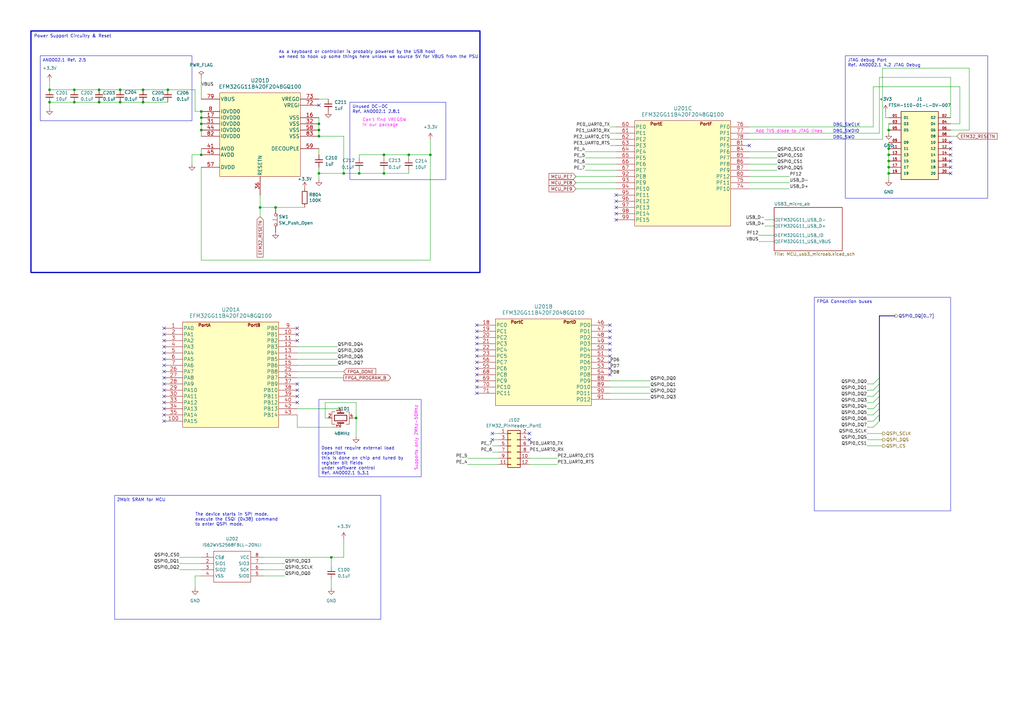
<source format=kicad_sch>
(kicad_sch (version 20230121) (generator eeschema)
  (paper "A3")
  (title_block (title "TripSitter") (date "4/20/2069") (rev "4.2.0") (company "NTNU x Nordic Semiconductor"))
  (lib_symbols
    (symbol "0000_CustomComponents:IS62WVS2568FBLL-20NLI-TR | SQI Mode"
      (property "Reference" "U" (at 0 2.54 0))
      (property "Value" "IS62WVS2568FBLL-20NLI-TR | SQI Mode" (at 0 0 0))
      (symbol "IS62WVS2568FBLL-20NLI-TR | SQI Mode_0_1"
        (rectangle (start -7.62 -1.27) (end 7.62 -13.97))
      )
      (symbol "IS62WVS2568FBLL-20NLI-TR | SQI Mode_1_0"
        (pin passive line (at -12.7 -3.81 0) (length 5.08) (name "CS#") (number "1"))
        (pin passive line (at -12.7 -6.35 0) (length 5.08) (name "SIO1") (number "2"))
        (pin passive line (at -12.7 -8.89 0) (length 5.08) (name "SIO2") (number "3"))
        (pin passive line (at -12.7 -11.43 0) (length 5.08) (name "VSS") (number "4"))
        (pin passive line (at 12.7 -11.43 180) (length 5.08) (name "SIO0") (number "5"))
        (pin passive line (at 12.7 -8.89 180) (length 5.08) (name "SCK") (number "6"))
        (pin passive line (at 12.7 -6.35 180) (length 5.08) (name "SIO3") (number "7"))
        (pin passive line (at 12.7 -3.81 180) (length 5.08) (name "VCC") (number "8"))
      )
    )
    (symbol "Connector_Generic:Conn_02x06_Odd_Even" (pin_names (offset 1.016) hide)
      (property "Reference" "J" (at 1.27 7.62 0))
      (property "Value" "Conn_02x06_Odd_Even" (at 1.27 -10.16 0))
      (symbol "Conn_02x06_Odd_Even_1_1"
        (rectangle (start -1.27 -7.493) (end 0 -7.747) (stroke (width 0.1524)))
        (rectangle (start -1.27 -4.953) (end 0 -5.207) (stroke (width 0.1524)))
        (rectangle (start -1.27 -2.413) (end 0 -2.667) (stroke (width 0.1524)))
        (rectangle (start -1.27 0.127) (end 0 -0.127) (stroke (width 0.1524)))
        (rectangle (start -1.27 2.667) (end 0 2.413) (stroke (width 0.1524)))
        (rectangle (start -1.27 5.207) (end 0 4.953) (stroke (width 0.1524)))
        (rectangle (start -1.27 6.35) (end 3.81 -8.89) (stroke (width 0.254)) (fill (type background)))
        (rectangle (start 3.81 -7.493) (end 2.54 -7.747) (stroke (width 0.1524)))
        (rectangle (start 3.81 -4.953) (end 2.54 -5.207) (stroke (width 0.1524)))
        (rectangle (start 3.81 -2.413) (end 2.54 -2.667) (stroke (width 0.1524)))
        (rectangle (start 3.81 0.127) (end 2.54 -0.127) (stroke (width 0.1524)))
        (rectangle (start 3.81 2.667) (end 2.54 2.413) (stroke (width 0.1524)))
        (rectangle (start 3.81 5.207) (end 2.54 4.953) (stroke (width 0.1524)))
        (pin passive line (at -5.08 5.08 0) (length 3.81) (name "Pin_1") (number "1"))
        (pin passive line (at 7.62 -5.08 180) (length 3.81) (name "Pin_10") (number "10"))
        (pin passive line (at -5.08 -7.62 0) (length 3.81) (name "Pin_11") (number "11"))
        (pin passive line (at 7.62 -7.62 180) (length 3.81) (name "Pin_12") (number "12"))
        (pin passive line (at 7.62 5.08 180) (length 3.81) (name "Pin_2") (number "2"))
        (pin passive line (at -5.08 2.54 0) (length 3.81) (name "Pin_3") (number "3"))
        (pin passive line (at 7.62 2.54 180) (length 3.81) (name "Pin_4") (number "4"))
        (pin passive line (at -5.08 0 0) (length 3.81) (name "Pin_5") (number "5"))
        (pin passive line (at 7.62 0 180) (length 3.81) (name "Pin_6") (number "6"))
        (pin passive line (at -5.08 -2.54 0) (length 3.81) (name "Pin_7") (number "7"))
        (pin passive line (at 7.62 -2.54 180) (length 3.81) (name "Pin_8") (number "8"))
        (pin passive line (at -5.08 -5.08 0) (length 3.81) (name "Pin_9") (number "9"))
      )
    )
    (symbol "Device:C_Small" (pin_numbers hide) (pin_names (offset 0.254) hide)
      (property "Reference" "C" (at 0.254 1.778 0))
      (property "Value" "C_Small" (at 0.254 -2.032 0))
      (symbol "C_Small_0_1"
        (polyline (pts (xy -1.524 -0.508) (xy 1.524 -0.508)) (stroke (width 0.3302)))
        (polyline (pts (xy -1.524 0.508) (xy 1.524 0.508)) (stroke (width 0.3048)))
      )
      (symbol "C_Small_1_1"
        (pin passive line (at 0 2.54 270) (length 2.032) (name "~") (number "1"))
        (pin passive line (at 0 -2.54 90) (length 2.032) (name "~") (number "2"))
      )
    )
    (symbol "Device:Crystal_GND24" (pin_names (offset 1.016) hide)
      (property "Reference" "Y" (at 3.175 5.08 0))
      (property "Value" "Crystal_GND24" (at 3.175 3.175 0))
      (symbol "Crystal_GND24_0_1"
        (rectangle (start -1.143 2.54) (end 1.143 -2.54) (stroke (width 0.3048)))
        (polyline (pts (xy -2.54 0) (xy -2.032 0)))
        (polyline (pts (xy -2.032 -1.27) (xy -2.032 1.27)) (stroke (width 0.508)))
        (polyline (pts (xy 0 -3.81) (xy 0 -3.556)))
        (polyline (pts (xy 0 3.556) (xy 0 3.81)))
        (polyline (pts (xy 2.032 -1.27) (xy 2.032 1.27)) (stroke (width 0.508)))
        (polyline (pts (xy 2.032 0) (xy 2.54 0)))
        (polyline (pts (xy -2.54 -2.286) (xy -2.54 -3.556) (xy 2.54 -3.556) (xy 2.54 -2.286)))
        (polyline (pts (xy -2.54 2.286) (xy -2.54 3.556) (xy 2.54 3.556) (xy 2.54 2.286)))
      )
      (symbol "Crystal_GND24_1_1"
        (pin passive line (at -3.81 0 0) (length 1.27) (name "1") (number "1"))
        (pin passive line (at 0 5.08 270) (length 1.27) (name "2") (number "2"))
        (pin passive line (at 3.81 0 180) (length 1.27) (name "3") (number "3"))
        (pin passive line (at 0 -5.08 90) (length 1.27) (name "4") (number "4"))
      )
    )
    (symbol "Device:R" (pin_numbers hide) (pin_names (offset 0))
      (property "Reference" "R" (at 2.032 0 90))
      (property "Value" "R" (at 0 0 90))
      (symbol "R_0_1"
        (rectangle (start -1.016 -2.54) (end 1.016 2.54) (stroke (width 0.254)))
      )
      (symbol "R_1_1"
        (pin passive line (at 0 3.81 270) (length 1.27) (name "~") (number "1"))
        (pin passive line (at 0 -3.81 90) (length 1.27) (name "~") (number "2"))
      )
    )
    (symbol "FTSH-110-01-L-DV-007:FTSH-110-01-L-DV-007" (pin_names (offset 1.016))
      (property "Reference" "J" (at -8.12 15.24 0))
      (property "Value" "FTSH-110-01-L-DV-007" (at -7.62 -15.24 0))
      (symbol "FTSH-110-01-L-DV-007_0_0"
        (rectangle (start -7.62 -12.7) (end 7.62 15.24) (stroke (width 0.254)) (fill (type background)))
        (pin passive line (at -12.7 12.7 0) (length 5.08) (name "01") (number "01"))
        (pin passive line (at 12.7 12.7 180) (length 5.08) (name "02") (number "02"))
        (pin passive line (at -12.7 10.16 0) (length 5.08) (name "03") (number "03"))
        (pin passive line (at 12.7 10.16 180) (length 5.08) (name "04") (number "04"))
        (pin passive line (at -12.7 7.62 0) (length 5.08) (name "05") (number "05"))
        (pin passive line (at 12.7 7.62 180) (length 5.08) (name "06") (number "06"))
        (pin passive line (at 12.7 5.08 180) (length 5.08) (name "08") (number "08"))
        (pin passive line (at -12.7 2.54 0) (length 5.08) (name "09") (number "09"))
        (pin passive line (at 12.7 2.54 180) (length 5.08) (name "10") (number "10"))
        (pin passive line (at -12.7 0 0) (length 5.08) (name "11") (number "11"))
        (pin passive line (at 12.7 0 180) (length 5.08) (name "12") (number "12"))
        (pin passive line (at -12.7 -2.54 0) (length 5.08) (name "13") (number "13"))
        (pin passive line (at 12.7 -2.54 180) (length 5.08) (name "14") (number "14"))
        (pin passive line (at -12.7 -5.08 0) (length 5.08) (name "15") (number "15"))
        (pin passive line (at 12.7 -5.08 180) (length 5.08) (name "16") (number "16"))
        (pin passive line (at -12.7 -7.62 0) (length 5.08) (name "17") (number "17"))
        (pin passive line (at 12.7 -7.62 180) (length 5.08) (name "18") (number "18"))
        (pin passive line (at -12.7 -10.16 0) (length 5.08) (name "19") (number "19"))
        (pin passive line (at 12.7 -10.16 180) (length 5.08) (name "20") (number "20"))
      )
    )
    (symbol "MCU_EFM32GGS1:EFM32GG11B420F2048GQ100_1" (pin_names (offset 0.254))
      (property "Reference" "U" (at 19.05 10.16 0))
      (property "Value" "EFM32GG11B420F2048GQ100" (at 19.05 7.62 0))
      (symbol "EFM32GG11B420F2048GQ100_1_1_1"
        (rectangle (start 0 2.54) (end 39.37 -40.64) (fill (type background)))
        (text "PortA" (at 8.89 1.27 0) (effects (font (size 1.27 1.27) bold)))
        (text "PortB" (at 29.21 1.27 0) (effects (font (size 1.27 1.27) bold)))
        (pin bidirectional line (at -7.62 0 0) (length 7.62) (name "PA0") (number "1"))
        (pin bidirectional line (at 46.99 -2.54 180) (length 7.62) (name "PB1") (number "10"))
        (pin bidirectional line (at -7.62 -38.1 0) (length 7.62) (name "PA15") (number "100"))
        (pin bidirectional line (at 46.99 -5.08 180) (length 7.62) (name "PB2") (number "11"))
        (pin bidirectional line (at 46.99 -7.62 180) (length 7.62) (name "PB3") (number "12"))
        (pin bidirectional line (at 46.99 -10.16 180) (length 7.62) (name "PB4") (number "13"))
        (pin bidirectional line (at 46.99 -12.7 180) (length 7.62) (name "PB5") (number "14"))
        (pin bidirectional line (at 46.99 -15.24 180) (length 7.62) (name "PB6") (number "15"))
        (pin bidirectional line (at -7.62 -2.54 0) (length 7.62) (name "PA1") (number "2"))
        (pin bidirectional line (at 46.99 -20.32 180) (length 7.62) (name "PB7") (number "24"))
        (pin bidirectional line (at 46.99 -17.78 180) (length 7.62) (name "PB8") (number "25"))
        (pin bidirectional line (at -7.62 -17.78 0) (length 7.62) (name "PA7") (number "26"))
        (pin bidirectional line (at -7.62 -20.32 0) (length 7.62) (name "PA8") (number "27"))
        (pin bidirectional line (at -7.62 -22.86 0) (length 7.62) (name "PA9") (number "28"))
        (pin bidirectional line (at -7.62 -25.4 0) (length 7.62) (name "PA10") (number "29"))
        (pin bidirectional line (at -7.62 -5.08 0) (length 7.62) (name "PA2") (number "3"))
        (pin bidirectional line (at -7.62 -27.94 0) (length 7.62) (name "PA11") (number "30"))
        (pin bidirectional line (at -7.62 -30.48 0) (length 7.62) (name "PA12") (number "33"))
        (pin bidirectional line (at -7.62 -33.02 0) (length 7.62) (name "PA13") (number "34"))
        (pin bidirectional line (at -7.62 -35.56 0) (length 7.62) (name "PA14") (number "35"))
        (pin bidirectional line (at 46.99 -22.86 180) (length 7.62) (name "PB9") (number "37"))
        (pin bidirectional line (at 46.99 -25.4 180) (length 7.62) (name "PB10") (number "38"))
        (pin bidirectional line (at 46.99 -27.94 180) (length 7.62) (name "PB11") (number "39"))
        (pin bidirectional line (at -7.62 -7.62 0) (length 7.62) (name "PA3") (number "4"))
        (pin bidirectional line (at 46.99 -30.48 180) (length 7.62) (name "PB12") (number "40"))
        (pin bidirectional line (at 46.99 -33.02 180) (length 7.62) (name "PB13") (number "42"))
        (pin bidirectional line (at 46.99 -35.56 180) (length 7.62) (name "PB14") (number "43"))
        (pin bidirectional line (at -7.62 -10.16 0) (length 7.62) (name "PA4") (number "5"))
        (pin bidirectional line (at -7.62 -12.7 0) (length 7.62) (name "PA5") (number "6"))
        (pin bidirectional line (at -7.62 -15.24 0) (length 7.62) (name "PA6") (number "7"))
        (pin bidirectional line (at 46.99 0 180) (length 7.62) (name "PB0") (number "9"))
      )
      (symbol "EFM32GG11B420F2048GQ100_1_2_1"
        (rectangle (start 0 2.54) (end 39.37 -33.02) (fill (type background)))
        (text "PortC" (at 8.89 1.27 0) (effects (font (size 1.27 1.27) bold)))
        (text "PortD" (at 30.48 1.27 0) (effects (font (size 1.27 1.27) bold)))
        (pin bidirectional line (at -7.62 0 0) (length 7.62) (name "PC0") (number "18"))
        (pin bidirectional line (at -7.62 -2.54 0) (length 7.62) (name "PC1") (number "19"))
        (pin bidirectional line (at -7.62 -5.08 0) (length 7.62) (name "PC2") (number "20"))
        (pin bidirectional line (at -7.62 -7.62 0) (length 7.62) (name "PC3") (number "21"))
        (pin bidirectional line (at -7.62 -10.16 0) (length 7.62) (name "PC4") (number "22"))
        (pin bidirectional line (at -7.62 -12.7 0) (length 7.62) (name "PC5") (number "23"))
        (pin bidirectional line (at 46.99 0 180) (length 7.62) (name "PD0") (number "46"))
        (pin bidirectional line (at 46.99 -2.54 180) (length 7.62) (name "PD1") (number "47"))
        (pin bidirectional line (at 46.99 -5.08 180) (length 7.62) (name "PD2") (number "48"))
        (pin bidirectional line (at 46.99 -7.62 180) (length 7.62) (name "PD3") (number "49"))
        (pin bidirectional line (at 46.99 -10.16 180) (length 7.62) (name "PD4") (number "50"))
        (pin bidirectional line (at 46.99 -12.7 180) (length 7.62) (name "PD5") (number "51"))
        (pin bidirectional line (at 46.99 -15.24 180) (length 7.62) (name "PD6") (number "52"))
        (pin bidirectional line (at 46.99 -17.78 180) (length 7.62) (name "PD7") (number "53"))
        (pin bidirectional line (at 46.99 -20.32 180) (length 7.62) (name "PD8") (number "54"))
        (pin bidirectional line (at -7.62 -17.78 0) (length 7.62) (name "PC6") (number "55"))
        (pin bidirectional line (at -7.62 -15.24 0) (length 7.62) (name "PC7") (number "56"))
        (pin bidirectional line (at -7.62 -20.32 0) (length 7.62) (name "PC8") (number "68"))
        (pin bidirectional line (at -7.62 -22.86 0) (length 7.62) (name "PC9") (number "69"))
        (pin bidirectional line (at -7.62 -25.4 0) (length 7.62) (name "PC10") (number "70"))
        (pin bidirectional line (at -7.62 -27.94 0) (length 7.62) (name "PC11") (number "71"))
        (pin bidirectional line (at 46.99 -22.86 180) (length 7.62) (name "PD9") (number "88"))
        (pin bidirectional line (at 46.99 -25.4 180) (length 7.62) (name "PD10") (number "89"))
        (pin bidirectional line (at 46.99 -27.94 180) (length 7.62) (name "PD11") (number "90"))
        (pin bidirectional line (at 46.99 -30.48 180) (length 7.62) (name "PD12") (number "91"))
      )
      (symbol "EFM32GG11B420F2048GQ100_1_3_1"
        (rectangle (start 0 2.54) (end 39.37 -40.64) (fill (type background)))
        (text "PortE" (at 8.89 1.27 0) (effects (font (size 1.27 1.27) bold)))
        (text "PortF" (at 29.21 1.27 0) (effects (font (size 1.27 1.27) bold)))
        (pin bidirectional line (at -7.62 0 0) (length 7.62) (name "PE0") (number "60"))
        (pin bidirectional line (at -7.62 -2.54 0) (length 7.62) (name "PE1") (number "61"))
        (pin bidirectional line (at -7.62 -5.08 0) (length 7.62) (name "PE2") (number "62"))
        (pin bidirectional line (at -7.62 -7.62 0) (length 7.62) (name "PE3") (number "63"))
        (pin bidirectional line (at -7.62 -10.16 0) (length 7.62) (name "PE4") (number "64"))
        (pin bidirectional line (at -7.62 -12.7 0) (length 7.62) (name "PE5") (number "65"))
        (pin bidirectional line (at -7.62 -15.24 0) (length 7.62) (name "PE6") (number "66"))
        (pin bidirectional line (at -7.62 -17.78 0) (length 7.62) (name "PE7") (number "67"))
        (pin bidirectional line (at 46.99 -25.4 180) (length 7.62) (name "PF10") (number "74"))
        (pin bidirectional line (at 46.99 -22.86 180) (length 7.62) (name "PF11") (number "75"))
        (pin bidirectional line (at 46.99 0 180) (length 7.62) (name "PF0") (number "76"))
        (pin bidirectional line (at 46.99 -2.54 180) (length 7.62) (name "PF1") (number "77"))
        (pin bidirectional line (at 46.99 -5.08 180) (length 7.62) (name "PF2") (number "78"))
        (pin bidirectional line (at 46.99 -20.32 180) (length 7.62) (name "PF12") (number "80"))
        (pin bidirectional line (at 46.99 -7.62 180) (length 7.62) (name "PF5") (number "81"))
        (pin bidirectional line (at 46.99 -10.16 180) (length 7.62) (name "PF6") (number "84"))
        (pin bidirectional line (at 46.99 -12.7 180) (length 7.62) (name "PF7") (number "85"))
        (pin bidirectional line (at 46.99 -15.24 180) (length 7.62) (name "PF8") (number "86"))
        (pin bidirectional line (at 46.99 -17.78 180) (length 7.62) (name "PF9") (number "87"))
        (pin bidirectional line (at -7.62 -20.32 0) (length 7.62) (name "PE8") (number "92"))
        (pin bidirectional line (at -7.62 -22.86 0) (length 7.62) (name "PE9") (number "93"))
        (pin bidirectional line (at -7.62 -25.4 0) (length 7.62) (name "PE10") (number "94"))
        (pin bidirectional line (at -7.62 -27.94 0) (length 7.62) (name "PE11") (number "95"))
        (pin bidirectional line (at -7.62 -30.48 0) (length 7.62) (name "PE12") (number "96"))
        (pin bidirectional line (at -7.62 -33.02 0) (length 7.62) (name "PE13") (number "97"))
        (pin bidirectional line (at -7.62 -35.56 0) (length 7.62) (name "PE14") (number "98"))
        (pin bidirectional line (at -7.62 -38.1 0) (length 7.62) (name "PE15") (number "99"))
      )
      (symbol "EFM32GG11B420F2048GQ100_1_4_1"
        (rectangle (start 0 2.54) (end 33.02 -31.75) (fill (type background)))
        (pin power_in line (at 40.64 -7.62 180) (length 7.62) (name "VSS") (number "16"))
        (pin power_in line (at -7.62 -7.62 0) (length 7.62) (name "IOVDD0") (number "17"))
        (pin power_in line (at -7.62 -10.16 0) (length 7.62) (name "IOVDD0") (number "31"))
        (pin power_in line (at 40.64 -10.16 180) (length 7.62) (name "VSS") (number "32"))
        (pin input line (at 16.51 -39.37 90) (length 7.62) (name "RESETN") (number "36"))
        (pin power_in line (at -7.62 -20.32 0) (length 7.62) (name "AVDD") (number "41"))
        (pin power_in line (at -7.62 -12.7 0) (length 7.62) (name "IOVDD0") (number "44"))
        (pin power_in line (at -7.62 -22.86 0) (length 7.62) (name "AVDD") (number "45"))
        (pin power_in line (at -7.62 -27.94 0) (length 7.62) (name "DVDD") (number "57"))
        (pin power_in line (at 40.64 -12.7 180) (length 7.62) (name "VSS") (number "58"))
        (pin output line (at 40.64 -20.32 180) (length 7.62) (name "DECOUPLE") (number "59"))
        (pin input line (at 40.64 -2.54 180) (length 7.62) (name "VREGI") (number "72"))
        (pin output line (at 40.64 0 180) (length 7.62) (name "VREGO") (number "73"))
        (pin power_in line (at -7.62 0 0) (length 7.62) (name "VBUS") (number "79"))
        (pin power_in line (at -7.62 -5.08 0) (length 7.62) (name "IOVDD0") (number "8"))
        (pin power_in line (at -7.62 -15.24 0) (length 7.62) (name "IOVDD0") (number "82"))
        (pin power_in line (at 40.64 -15.24 180) (length 7.62) (name "VSS") (number "83"))
      )
    )
    (symbol "Switch:SW_Push_Open" (pin_numbers hide) (pin_names (offset 1.016) hide)
      (property "Reference" "SW" (at 0 2.54 0))
      (property "Value" "SW_Push_Open" (at 0 -1.905 0))
      (symbol "SW_Push_Open_0_1"
        (circle (center -2.032 0) (radius 0.508))
        (polyline (pts (xy -2.54 -0.635) (xy 2.54 -0.635)))
        (polyline (pts (xy 0 -0.635) (xy 0 1.27)))
        (circle (center 2.032 0) (radius 0.508))
        (pin passive line (at -5.08 0 0) (length 2.54) (name "A") (number "1"))
      )
      (symbol "SW_Push_Open_1_1"
        (pin passive line (at 5.08 0 180) (length 2.54) (name "B") (number "2"))
      )
    )
    (symbol "power:+3.3V" (power) (pin_names (offset 0))
      (property "Value" "+3.3V" (at 0 3.556 0))
      (symbol "+3.3V_0_1"
        (polyline (pts (xy -0.762 1.27) (xy 0 2.54)))
        (polyline (pts (xy 0 0) (xy 0 2.54)))
        (polyline (pts (xy 0 2.54) (xy 0.762 1.27)))
      )
      (symbol "+3.3V_1_1"
        (pin power_in line (at 0 0 90) (length 0) hide (name "+3.3V") (number "1"))
      )
    )
    (symbol "power:+3V3" (power) (pin_names (offset 0))
      (property "Value" "+3V3" (at 0 3.556 0))
      (symbol "+3V3_0_1"
        (polyline (pts (xy -0.762 1.27) (xy 0 2.54)))
        (polyline (pts (xy 0 0) (xy 0 2.54)))
        (polyline (pts (xy 0 2.54) (xy 0.762 1.27)))
      )
      (symbol "+3V3_1_1"
        (pin power_in line (at 0 0 90) (length 0) hide (name "+3V3") (number "1"))
      )
    )
    (symbol "power:GND" (power) (pin_names (offset 0))
      (property "Value" "GND" (at 0 -3.81 0))
      (symbol "GND_0_1"
        (polyline (pts (xy 0 0) (xy 0 -1.27) (xy 1.27 -1.27) (xy 0 -2.54) (xy -1.27 -1.27) (xy 0 -1.27)))
      )
      (symbol "GND_1_1"
        (pin power_in line (at 0 0 270) (length 0) hide (name "GND") (number "1"))
      )
    )
    (symbol "power:PWR_FLAG" (power) (pin_numbers hide) (pin_names (offset 0) hide)
      (property "Value" "PWR_FLAG" (at 0 3.81 0))
      (symbol "PWR_FLAG_0_0"
        (pin power_out line (at 0 0 90) (length 0) (name "pwr") (number "1"))
      )
      (symbol "PWR_FLAG_0_1"
        (polyline (pts (xy 0 0) (xy 0 1.27) (xy -1.016 1.905) (xy 0 2.54) (xy 1.016 1.905) (xy 0 1.27)))
      )
    )
  )
  (junction (at 113.03 85.09))
  (junction (at 68.834 36.83))
  (junction (at 364.49 60.96))
  (junction (at 130.81 50.8))
  (junction (at 49.276 41.91))
  (junction (at 30.48 41.91))
  (junction (at 364.49 71.12))
  (junction (at 82.55 45.72))
  (junction (at 82.55 48.26))
  (junction (at 58.674 41.91))
  (junction (at 130.81 55.88))
  (junction (at 146.05 171.45))
  (junction (at 49.276 36.83))
  (junction (at 364.49 63.5))
  (junction (at 106.68 85.09))
  (junction (at 82.55 53.34))
  (junction (at 130.81 71.12))
  (junction (at 167.64 63.5))
  (junction (at 20.32 36.83))
  (junction (at 20.32 41.91))
  (junction (at 157.48 71.12))
  (junction (at 40.64 36.83))
  (junction (at 176.53 63.5))
  (junction (at 364.49 53.34))
  (junction (at 82.55 63.5))
  (junction (at 157.48 63.5))
  (junction (at 364.49 66.04))
  (junction (at 135.89 228.6))
  (junction (at 130.81 53.34))
  (junction (at 58.674 36.83))
  (junction (at 40.64 41.91))
  (junction (at 82.55 50.8))
  (junction (at 140.97 71.12))
  (junction (at 30.48 36.83))
  (junction (at 364.49 68.58))
  (junction (at 147.32 71.12))
  (no_connect (at 67.31 142.24))
  (no_connect (at 195.58 148.59))
  (no_connect (at 252.73 90.17))
  (no_connect (at 67.31 162.56))
  (no_connect (at 195.58 158.75))
  (no_connect (at 250.19 140.97))
  (no_connect (at 121.92 165.1))
  (no_connect (at 250.19 138.43))
  (no_connect (at 252.73 87.63))
  (no_connect (at 67.31 167.64))
  (no_connect (at 250.19 146.05))
  (no_connect (at 250.19 133.35))
  (no_connect (at 195.58 133.35))
  (no_connect (at 67.31 170.18))
  (no_connect (at 217.17 180.34))
  (no_connect (at 195.58 146.05))
  (no_connect (at 67.31 134.62))
  (no_connect (at 250.19 143.51))
  (no_connect (at 195.58 153.67))
  (no_connect (at 250.19 135.89))
  (no_connect (at 121.92 137.16))
  (no_connect (at 67.31 165.1))
  (no_connect (at 121.92 134.62))
  (no_connect (at 67.31 147.32))
  (no_connect (at 195.58 140.97))
  (no_connect (at 130.81 43.18))
  (no_connect (at 250.19 148.59))
  (no_connect (at 67.31 154.94))
  (no_connect (at 252.73 85.09))
  (no_connect (at 389.89 66.04))
  (no_connect (at 389.89 60.96))
  (no_connect (at 121.92 157.48))
  (no_connect (at 201.93 180.34))
  (no_connect (at 201.93 177.8))
  (no_connect (at 67.31 172.72))
  (no_connect (at 250.19 151.13))
  (no_connect (at 195.58 138.43))
  (no_connect (at 389.89 68.58))
  (no_connect (at 307.34 59.69))
  (no_connect (at 195.58 143.51))
  (no_connect (at 195.58 151.13))
  (no_connect (at 217.17 177.8))
  (no_connect (at 389.89 71.12))
  (no_connect (at 252.73 80.01))
  (no_connect (at 389.89 58.42))
  (no_connect (at 67.31 137.16))
  (no_connect (at 121.92 162.56))
  (no_connect (at 195.58 161.29))
  (no_connect (at 389.89 63.5))
  (no_connect (at 67.31 152.4))
  (no_connect (at 67.31 149.86))
  (no_connect (at 67.31 144.78))
  (no_connect (at 67.31 139.7))
  (no_connect (at 195.58 156.21))
  (no_connect (at 121.92 160.02))
  (no_connect (at 195.58 135.89))
  (no_connect (at 67.31 157.48))
  (no_connect (at 252.73 82.55))
  (no_connect (at 250.19 153.67))
  (no_connect (at 121.92 139.7))
  (no_connect (at 67.31 160.02))
  (bus_entry (at 358.14 175.26) (size 2.54 -2.54))
  (bus_entry (at 358.14 160.02) (size 2.54 -2.54))
  (bus_entry (at 358.14 172.72) (size 2.54 -2.54))
  (bus_entry (at 358.14 167.64) (size 2.54 -2.54))
  (bus_entry (at 358.14 170.18) (size 2.54 -2.54))
  (bus_entry (at 358.14 165.1) (size 2.54 -2.54))
  (bus_entry (at 358.14 162.56) (size 2.54 -2.54))
  (bus_entry (at 358.14 157.48) (size 2.54 -2.54))
  (wire (pts (xy 236.22 74.93) (xy 252.73 74.93)))
  (wire (pts (xy 40.64 41.91) (xy 49.276 41.91)))
  (wire (pts (xy 307.34 69.85) (xy 318.77 69.85)))
  (wire (pts (xy 106.68 85.09) (xy 113.03 85.09)))
  (wire (pts (xy 30.48 36.83) (xy 40.64 36.83)))
  (wire (pts (xy 146.05 165.1) (xy 146.05 171.45)))
  (bus (pts (xy 360.68 129.54) (xy 360.68 154.94)))
  (wire (pts (xy 250.19 52.07) (xy 252.73 52.07)))
  (wire (pts (xy 140.97 220.98) (xy 140.97 228.6)))
  (wire (pts (xy 140.97 55.88) (xy 140.97 71.12)))
  (wire (pts (xy 355.6 162.56) (xy 358.14 162.56)))
  (wire (pts (xy 121.92 147.32) (xy 138.43 147.32)))
  (wire (pts (xy 307.34 74.93) (xy 323.85 74.93)))
  (bus (pts (xy 360.68 160.02) (xy 360.68 162.56)))
  (wire (pts (xy 133.35 171.45) (xy 133.35 165.1)))
  (wire (pts (xy 121.92 144.78) (xy 138.43 144.78)))
  (wire (pts (xy 116.84 233.68) (xy 107.95 233.68)))
  (wire (pts (xy 82.55 53.34) (xy 82.55 55.88)))
  (wire (pts (xy 393.7 35.56) (xy 393.7 50.8)))
  (wire (pts (xy 201.93 180.34) (xy 204.47 180.34)))
  (wire (pts (xy 157.48 63.5) (xy 157.48 64.77)))
  (wire (pts (xy 121.92 149.86) (xy 138.43 149.86)))
  (wire (pts (xy 250.19 158.75) (xy 266.7 158.75)))
  (wire (pts (xy 240.03 64.77) (xy 252.73 64.77)))
  (wire (pts (xy 116.84 236.22) (xy 107.95 236.22)))
  (wire (pts (xy 130.81 40.64) (xy 134.62 40.64)))
  (wire (pts (xy 106.68 88.9) (xy 106.68 85.09)))
  (wire (pts (xy 157.48 63.5) (xy 167.64 63.5)))
  (wire (pts (xy 311.15 96.52) (xy 317.5 96.52)))
  (wire (pts (xy 78.74 63.5) (xy 82.55 63.5)))
  (wire (pts (xy 313.69 92.71) (xy 317.5 92.71)))
  (wire (pts (xy 140.97 71.12) (xy 130.81 71.12)))
  (wire (pts (xy 146.05 179.07) (xy 146.05 171.45)))
  (wire (pts (xy 355.6 170.18) (xy 358.14 170.18)))
  (wire (pts (xy 364.49 71.12) (xy 364.49 73.66)))
  (wire (pts (xy 139.7 175.26) (xy 121.92 175.26)))
  (wire (pts (xy 311.15 99.06) (xy 317.5 99.06)))
  (wire (pts (xy 355.6 175.26) (xy 358.14 175.26)))
  (wire (pts (xy 130.81 71.12) (xy 130.81 73.66)))
  (wire (pts (xy 80.01 236.22) (xy 82.55 236.22)))
  (wire (pts (xy 355.6 167.64) (xy 358.14 167.64)))
  (wire (pts (xy 364.49 66.04) (xy 364.49 68.58)))
  (wire (pts (xy 82.55 60.96) (xy 82.55 63.5)))
  (bus (pts (xy 367.03 129.54) (xy 360.68 129.54)))
  (wire (pts (xy 364.49 68.58) (xy 364.49 71.12)))
  (wire (pts (xy 167.64 63.5) (xy 176.53 63.5)))
  (wire (pts (xy 240.03 62.23) (xy 252.73 62.23)))
  (wire (pts (xy 73.66 228.6) (xy 82.55 228.6)))
  (wire (pts (xy 78.74 67.31) (xy 78.74 63.5)))
  (wire (pts (xy 121.92 154.94) (xy 140.97 154.94)))
  (wire (pts (xy 113.03 85.09) (xy 124.968 85.09)))
  (wire (pts (xy 116.84 231.14) (xy 107.95 231.14)))
  (wire (pts (xy 134.62 171.45) (xy 133.35 171.45)))
  (wire (pts (xy 228.6 187.96) (xy 217.17 187.96)))
  (bus (pts (xy 360.68 154.94) (xy 360.68 157.48)))
  (wire (pts (xy 250.19 57.15) (xy 252.73 57.15)))
  (wire (pts (xy 121.92 152.4) (xy 140.97 152.4)))
  (wire (pts (xy 80.01 36.83) (xy 80.01 45.72)))
  (wire (pts (xy 20.32 41.91) (xy 30.48 41.91)))
  (wire (pts (xy 355.6 180.34) (xy 361.95 180.34)))
  (wire (pts (xy 355.6 165.1) (xy 358.14 165.1)))
  (wire (pts (xy 228.6 190.5) (xy 217.17 190.5)))
  (wire (pts (xy 236.22 77.47) (xy 252.73 77.47)))
  (wire (pts (xy 121.92 142.24) (xy 138.43 142.24)))
  (wire (pts (xy 82.55 50.8) (xy 82.55 53.34)))
  (wire (pts (xy 121.92 167.64) (xy 139.7 167.64)))
  (wire (pts (xy 361.95 27.94) (xy 397.51 27.94)))
  (wire (pts (xy 355.6 160.02) (xy 358.14 160.02)))
  (wire (pts (xy 147.32 71.12) (xy 157.48 71.12)))
  (wire (pts (xy 20.32 33.02) (xy 20.32 36.83)))
  (wire (pts (xy 364.49 48.26) (xy 363.22 48.26)))
  (bus (pts (xy 360.68 170.18) (xy 360.68 172.72)))
  (wire (pts (xy 392.43 55.88) (xy 389.89 55.88)))
  (wire (pts (xy 313.69 90.17) (xy 317.5 90.17)))
  (wire (pts (xy 364.49 53.34) (xy 364.49 54.61)))
  (wire (pts (xy 144.78 171.45) (xy 146.05 171.45)))
  (wire (pts (xy 250.19 163.83) (xy 266.7 163.83)))
  (wire (pts (xy 140.97 71.12) (xy 147.32 71.12)))
  (wire (pts (xy 397.51 27.94) (xy 397.51 53.34)))
  (wire (pts (xy 130.81 48.26) (xy 130.81 50.8)))
  (wire (pts (xy 82.55 48.26) (xy 82.55 50.8)))
  (wire (pts (xy 133.35 165.1) (xy 146.05 165.1)))
  (wire (pts (xy 307.34 57.15) (xy 361.95 57.15)))
  (wire (pts (xy 58.674 36.83) (xy 68.834 36.83)))
  (wire (pts (xy 167.64 69.85) (xy 167.64 71.12)))
  (wire (pts (xy 364.49 58.42) (xy 364.49 60.96)))
  (wire (pts (xy 364.49 50.8) (xy 364.49 53.34)))
  (wire (pts (xy 250.19 54.61) (xy 252.73 54.61)))
  (wire (pts (xy 58.674 41.91) (xy 68.834 41.91)))
  (bus (pts (xy 360.68 167.64) (xy 360.68 170.18)))
  (wire (pts (xy 130.81 53.34) (xy 130.81 55.88)))
  (wire (pts (xy 130.81 50.8) (xy 130.81 53.34)))
  (wire (pts (xy 389.89 31.75) (xy 389.89 48.26)))
  (wire (pts (xy 73.66 233.68) (xy 82.55 233.68)))
  (wire (pts (xy 157.48 71.12) (xy 167.64 71.12)))
  (wire (pts (xy 389.89 53.34) (xy 397.51 53.34)))
  (wire (pts (xy 358.14 35.56) (xy 393.7 35.56)))
  (wire (pts (xy 364.49 60.96) (xy 364.49 63.5)))
  (wire (pts (xy 307.34 72.39) (xy 323.85 72.39)))
  (wire (pts (xy 135.89 228.6) (xy 135.89 232.41)))
  (wire (pts (xy 250.19 59.69) (xy 252.73 59.69)))
  (wire (pts (xy 201.93 182.88) (xy 204.47 182.88)))
  (wire (pts (xy 307.34 64.77) (xy 318.77 64.77)))
  (bus (pts (xy 360.68 165.1) (xy 360.68 167.64)))
  (wire (pts (xy 360.68 31.75) (xy 389.89 31.75)))
  (wire (pts (xy 176.53 106.68) (xy 176.53 63.5)))
  (wire (pts (xy 250.19 156.21) (xy 266.7 156.21)))
  (wire (pts (xy 167.64 64.77) (xy 167.64 63.5)))
  (wire (pts (xy 80.01 241.3) (xy 80.01 236.22)))
  (wire (pts (xy 307.34 77.47) (xy 323.85 77.47)))
  (wire (pts (xy 73.66 231.14) (xy 82.55 231.14)))
  (wire (pts (xy 135.89 237.49) (xy 135.89 241.3)))
  (wire (pts (xy 147.32 63.5) (xy 157.48 63.5)))
  (wire (pts (xy 355.6 182.88) (xy 361.95 182.88)))
  (wire (pts (xy 176.53 57.15) (xy 176.53 63.5)))
  (bus (pts (xy 360.68 157.48) (xy 360.68 160.02)))
  (wire (pts (xy 364.49 63.5) (xy 364.49 66.04)))
  (wire (pts (xy 106.68 80.01) (xy 106.68 85.09)))
  (wire (pts (xy 307.34 67.31) (xy 318.77 67.31)))
  (wire (pts (xy 250.19 161.29) (xy 266.7 161.29)))
  (wire (pts (xy 355.6 172.72) (xy 358.14 172.72)))
  (wire (pts (xy 30.48 41.91) (xy 40.64 41.91)))
  (wire (pts (xy 68.834 36.83) (xy 80.01 36.83)))
  (wire (pts (xy 82.55 68.58) (xy 82.55 106.68)))
  (wire (pts (xy 363.22 45.72) (xy 363.22 48.26)))
  (wire (pts (xy 80.01 45.72) (xy 82.55 45.72)))
  (wire (pts (xy 358.14 52.07) (xy 358.14 35.56)))
  (wire (pts (xy 157.48 71.12) (xy 157.48 69.85)))
  (wire (pts (xy 307.34 52.07) (xy 358.14 52.07)))
  (wire (pts (xy 135.89 228.6) (xy 140.97 228.6)))
  (wire (pts (xy 20.32 41.91) (xy 20.32 44.45)))
  (wire (pts (xy 393.7 50.8) (xy 389.89 50.8)))
  (wire (pts (xy 201.93 185.42) (xy 204.47 185.42)))
  (wire (pts (xy 307.34 62.23) (xy 318.77 62.23)))
  (wire (pts (xy 130.81 63.5) (xy 130.81 60.96)))
  (wire (pts (xy 82.55 31.75) (xy 82.55 40.64)))
  (wire (pts (xy 82.55 106.68) (xy 176.53 106.68)))
  (wire (pts (xy 130.81 68.58) (xy 130.81 71.12)))
  (wire (pts (xy 20.32 36.83) (xy 30.48 36.83)))
  (wire (pts (xy 191.77 190.5) (xy 204.47 190.5)))
  (wire (pts (xy 355.6 177.8) (xy 361.95 177.8)))
  (wire (pts (xy 236.22 72.39) (xy 252.73 72.39)))
  (wire (pts (xy 201.93 177.8) (xy 204.47 177.8)))
  (wire (pts (xy 240.03 69.85) (xy 252.73 69.85)))
  (wire (pts (xy 124.968 85.09) (xy 124.968 84.836)))
  (wire (pts (xy 82.55 45.72) (xy 82.55 48.26)))
  (bus (pts (xy 360.68 162.56) (xy 360.68 165.1)))
  (wire (pts (xy 49.276 41.91) (xy 58.674 41.91)))
  (wire (pts (xy 355.6 157.48) (xy 358.14 157.48)))
  (wire (pts (xy 240.03 67.31) (xy 252.73 67.31)))
  (wire (pts (xy 147.32 71.12) (xy 147.32 69.85)))
  (wire (pts (xy 40.64 36.83) (xy 49.276 36.83)))
  (wire (pts (xy 360.68 54.61) (xy 360.68 31.75)))
  (wire (pts (xy 361.95 57.15) (xy 361.95 27.94)))
  (wire (pts (xy 49.276 36.83) (xy 58.674 36.83)))
  (wire (pts (xy 147.32 63.5) (xy 147.32 64.77)))
  (wire (pts (xy 130.81 55.88) (xy 140.97 55.88)))
  (wire (pts (xy 121.92 175.26) (xy 121.92 170.18)))
  (wire (pts (xy 307.34 54.61) (xy 360.68 54.61)))
  (wire (pts (xy 107.95 228.6) (xy 135.89 228.6)))
  (wire (pts (xy 191.77 187.96) (xy 204.47 187.96)))
  (text_box "AN0002.1 Ref. 2.5" (at 16.51 22.86 0) (size 62.23 26.67) (effects (font (size 1.27 1.27)) (justify left top)))
  (text_box "2Mbit SRAM for MCU" (at 46.99 203.2 0) (size 109.22 50.8) (effects (font (size 1.27 1.27)) (justify left top)))
  (text_box "Does not require external load capacitors\nthis is done on chip and tuned by register bit fields\nunder software control\nRef. AN0002.1 5.3.1" (at 130.81 163.83 0) (size 41.91 31.75) (effects (font (size 1.27 1.27)) (justify left bottom)))
  (text_box "JTAG debug Port\nRef. AN0002.1 4.2 JTAG Debug" (at 346.71 22.86 0) (size 58.42 58.42) (effects (font (size 1.27 1.27)) (justify left top)))
  (text_box "Unused DC-DC\nRef. AN0002.1 2.8.1" (at 143.51 41.91 0) (size 39.37 31.75) (effects (font (size 1.27 1.27)) (justify left top)))
  (text_box "FPGA Connection buses" (at 334.01 121.92 0) (size 55.88 87.63) (effects (font (size 1.27 1.27)) (justify left top)))
  (text_box "Power Support Circuitry & Reset " (at 12.7 12.7 0) (size 184.15 99.06) (stroke (width 0.5)) (effects (font (size 1.27 1.27)) (justify left top)))
  (text "Supports only 2Mhz-50Mhz" (at 171.45 193.04 90) (effects (font (size 1.27 1.27)) (justify left bottom)))
  (text "DBG_SWDIO" (at 341.63 54.61 0) (effects (font (size 1.27 1.27)) (justify left bottom)))
  (text "DBG_SWCLK" (at 341.63 52.07 0) (effects (font (size 1.27 1.27)) (justify left bottom)))
  (text "Can't find VREGSW\nin our package" (at 148.59 52.07 0) (effects (font (size 1.27 1.27)) (justify left bottom)))
  (text "As a keyboard or controller is probably powered by the USB host\nwe need to hook up some things here unless we source 5V for VBUS from the PSU" (at 114.3 24.13 0) (effects (font (size 1.27 1.27)) (justify left bottom)))
  (text "DBG_SWO" (at 341.63 57.15 0) (effects (font (size 1.27 1.27)) (justify left bottom)))
  (text "Add TVS diode to JTAG lines" (at 309.88 54.61 0) (effects (font (size 1.27 1.27)) (justify left bottom)))
  (text "The device starts in SPI mode,\nexecute the ESQI (0x38) command\nto enter QSPI mode." (at 80.01 215.9 0) (effects (font (size 1.27 1.27)) (justify left bottom)))
  (label "USB_D-" (at 323.85 74.93 0))
  (label "QSPI0_DQ3" (at 355.6 165.1 180))
  (label "QSPI0_CS0" (at 318.77 64.77 0))
  (label "PE3_UART0_RTS" (at 228.6 190.5 0))
  (label "QSPI0_DQ6" (at 355.6 172.72 180))
  (label "PE_7" (at 201.93 182.88 180))
  (label "QSPI0_DQ0" (at 355.6 157.48 180))
  (label "QSPI0_DQ6" (at 138.43 147.32 0))
  (label "PE0_UART0_TX" (at 217.17 182.88 0))
  (label "QSPI0_DQ1" (at 266.7 158.75 0))
  (label "PE0_UART0_TX" (at 250.19 52.07 180))
  (label "PE_4" (at 240.03 62.23 180))
  (label "QSPI0_DQ7" (at 138.43 149.86 0))
  (label "QSPI0_DQ2" (at 73.66 233.68 180))
  (label "QSPI0_DQ5" (at 138.43 144.78 0))
  (label "PE1_UART0_RX" (at 250.19 54.61 180))
  (label "QSPI0_CS1" (at 355.6 182.88 180))
  (label "QSPI0_SCLK" (at 355.6 177.8 180))
  (label "QSPI0_DQS" (at 355.6 180.34 180))
  (label "QSPI0_DQ7" (at 355.6 175.26 180))
  (label "QSPI0_DQ3" (at 266.7 163.83 0))
  (label "PE1_UART0_RX" (at 217.17 185.42 0))
  (label "USB_D+" (at 313.69 92.71 180))
  (label "QSPI0_DQ4" (at 355.6 167.64 180))
  (label "PE_4" (at 191.77 190.5 180))
  (label "QSPI0_DQ1" (at 355.6 160.02 180))
  (label "QSPI0_DQ3" (at 116.84 231.14 0))
  (label "QSPI0_CS0" (at 73.66 228.6 180))
  (label "QSPI0_CS1" (at 318.77 67.31 0))
  (label "QSPI0_DQ5" (at 355.6 170.18 180))
  (label "QSPI0_DQ4" (at 138.43 142.24 0))
  (label "PD8" (at 250.19 153.67 0))
  (label "QSPI0_SCLK" (at 116.84 233.68 0))
  (label "VBUS" (at 82.55 35.56 0))
  (label "PE_6" (at 201.93 185.42 180))
  (label "PE3_UART0_RTS" (at 250.19 59.69 180))
  (label "QSPI0_DQ0" (at 266.7 156.21 0))
  (label "PE_5" (at 191.77 187.96 180))
  (label "PE_7" (at 240.03 69.85 180))
  (label "USB_D-" (at 313.69 90.17 180))
  (label "PD6" (at 250.19 148.59 0))
  (label "PE_5" (at 240.03 64.77 180))
  (label "QSPI0_DQS" (at 318.77 69.85 0))
  (label "VBUS" (at 311.15 99.06 180))
  (label "PD7" (at 250.19 151.13 0))
  (label "USB_D+" (at 323.85 77.47 0))
  (label "QSPI0_DQ1" (at 73.66 231.14 180))
  (label "QSPI0_DQ2" (at 266.7 161.29 0))
  (label "QSPI0_DQ2" (at 355.6 162.56 180))
  (label "PE2_UART0_CTS" (at 228.6 187.96 0))
  (label "PF12" (at 323.85 72.39 0))
  (label "PE_6" (at 240.03 67.31 180))
  (label "QSPI0_DQ0" (at 116.84 236.22 0))
  (label "PF12" (at 311.15 96.52 180))
  (label "PE2_UART0_CTS" (at 250.19 57.15 180))
  (label "QSPI0_SCLK" (at 318.77 62.23 0))
  (global_label "EFM32_RESETN" (shape input) (at 392.43 55.88 0) (property "Intersheetrefs" "${INTERSHEET_REFS}" (effects hide)))
  (global_label "FPGA_DONE" (shape input) (at 140.97 152.4 0) (property "Intersheetrefs" "${INTERSHEET_REFS}" (effects hide)))
  (global_label "MCU_PE7" (shape input) (at 236.22 72.39 180) (property "Intersheetrefs" "${INTERSHEET_REFS}" (effects hide)))
  (global_label "FPGA_PROGRAM_B" (shape output) (at 140.97 154.94 0) (property "Intersheetrefs" "${INTERSHEET_REFS}" (effects hide)))
  (global_label "EFM32_RESETN" (shape input) (at 106.68 88.9 270) (property "Intersheetrefs" "${INTERSHEET_REFS}" (effects hide)))
  (global_label "MCU_PE9" (shape input) (at 236.22 77.47 180) (property "Intersheetrefs" "${INTERSHEET_REFS}" (effects hide)))
  (global_label "MCU_PE8" (shape input) (at 236.22 74.93 180) (property "Intersheetrefs" "${INTERSHEET_REFS}" (effects hide)))
  (hierarchical_label "QSPI_CS" (shape output) (at 361.95 182.88 0))
  (hierarchical_label "QSPI_DQS" (shape output) (at 361.95 180.34 0))
  (hierarchical_label "QSPI0_DQ[0..7]" (shape output) (at 367.03 129.54 0))
  (hierarchical_label "QSPI_SCLK" (shape output) (at 361.95 177.8 0))
  (symbol (lib_id "MCU_EFM32GGS1:EFM32GG11B420F2048GQ100_1") (at 74.93 134.62 0) (unit 1)
    (property "Reference" "U201" (at 94.615 127 0) (effects (font (size 1.524 1.524))))
    (property "Value" "EFM32GG11B420F2048GQ100" (at 94.615 129.54 0) (effects (font (size 1.524 1.524))))
    (property "Footprint" "Package_QFP:TQFP-100_14x14mm_P0.5mm" (effects hide))
    (property "Datasheet" "https://www.silabs.com/documents/public/data-sheets/efm32gg11-datasheet.pdf" (effects hide))
  )
  (symbol (lib_id "Device:C_Small") (at 135.89 234.95 0) (unit 1)
    (property "Reference" "C100" (at 138.43 233.6863 0) (effects (justify left)))
    (property "Value" "0.1uF" (at 138.43 236.2263 0) (effects (justify left)))
    (property "Footprint" "Capacitor_SMD:C_0201_0603Metric_Pad0.64x0.40mm_HandSolder" (effects hide))
    (instances (project "TripSitter" (path "" (reference "C100") (unit 1))) (project "SRAM_efm32" (path "" (reference "C28") (unit 1))) (project "RayTracingPCB" (path "" (reference "C28") (unit 1))))
  )
  (symbol (lib_id "power:GND") (at 80.01 241.3 0) (unit 1)
    (property "Reference" "#PWR017" (effects hide))
    (property "Value" "GND" (at 80.01 246.38 0))
    (instances (project "TripSitter" (path "" (reference "#PWR017") (unit 1))) (project "SRAM_efm32" (path "" (reference "#PWR014") (unit 1))) (project "RayTracingPCB" (path "" (reference "#PWR014") (unit 1)) (path "" (reference "#PWR023") (unit 1))))
  )
  (symbol (lib_id "power:+3.3V") (at 176.53 57.15 0) (unit 1)
    (property "Reference" "#PWR032" (effects hide))
    (property "Value" "+3.3V" (at 176.53 52.07 0))
    (instances (project "TripSitter" (path "" (reference "#PWR032") (unit 1))) (project "efm32ggxxaa" (path "" (reference "#PWR016") (unit 1))) (project "RayTracingPCB" (path "" (reference "#PWR016") (unit 1))))
  )
  (symbol (lib_id "Switch:SW_Push_Open") (at 113.03 90.17 90) (unit 1)
    (property "Reference" "SW1" (at 114.3 88.9 90) (effects (justify right)))
    (property "Value" "SW_Push_Open" (at 114.3 91.44 90) (effects (justify right)))
    (property "Footprint" "Button_Switch_SMD:SW_Push_SPST_NO_Alps_SKRK" (effects hide))
  )
  (symbol (lib_id "MCU_EFM32GGS1:EFM32GG11B420F2048GQ100_1") (at 90.17 40.64 0) (unit 4)
    (property "Reference" "U201" (at 106.68 33.02 0) (effects (font (size 1.524 1.524))))
    (property "Value" "EFM32GG11B420F2048GQ100" (at 106.68 35.56 0) (effects (font (size 1.524 1.524))))
    (property "Footprint" "Package_QFP:TQFP-100_14x14mm_P0.5mm" (effects hide))
    (property "Datasheet" "https://www.silabs.com/documents/public/data-sheets/efm32gg11-datasheet.pdf" (effects hide))
  )
  (symbol (lib_id "Device:C_Small") (at 58.674 39.37 0) (unit 1)
    (property "Reference" "C205" (at 62.23 38.1063 0) (effects (justify left)))
    (property "Value" "0.1uF" (at 62.23 40.6463 0) (effects (justify left)))
    (property "Footprint" "Capacitor_SMD:C_0402_1005Metric_Pad0.74x0.62mm_HandSolder" (effects hide))
    (property "Datasheet" "https://mm.digikey.com/Volume0/opasdata/d220001/medias/docus/609/CL10B104KA8NNNC_Spec.pdf" (effects hide))
    (property "DK_Ref" "https://www.digikey.no/en/products/detail/samsung-electro-mechanics/CL10B104KA8NNNC/3889092" (effects hide))
    (property "Component Name" "CL10B104KA8NNNC" (effects hide))
  )
  (symbol (lib_id "Device:Crystal_GND24") (at 139.7 171.45 90) (mirror x) (unit 1)
    (property "Reference" "Y101" (at 143.51 167.64 90) (effects (justify left)))
    (property "Value" "48MHz" (at 143.51 177.8 90) (effects (justify left)))
    (property "Footprint" "Crystal:Crystal_SMD_2016-4Pin_2.0x1.6mm" (effects hide))
    (property "Datasheet" "https://www.farnell.com/datasheets/1883673.pdf" (effects hide))
    (property "Component name" "ABM11-48.000MHZ-D2X-T3" (effects hide))
    (property "DK_Detail_Page" "https://no.farnell.com/abracon/abm11-48-000mhz-d2x-t3/crystal-48mhz-10pf-2-x-1-6mm/dp/2467782RL?st=krystall" (effects hide))
    (instances (project "tdt4295" (path "" (reference "Y101") (unit 1))) (project "TripSitter" (path "" (reference "Y201") (unit 1))) (project "efm32ggxxaa" (path "" (reference "Y101") (unit 1))) (project "RayTracingPCB" (path "" (reference "Y1") (unit 1))))
  )
  (symbol (lib_id "Device:C_Small") (at 40.64 39.37 0) (unit 1)
    (property "Reference" "C203" (at 42.164 38.1 0) (effects (justify left)))
    (property "Value" "0.1uF" (at 42.164 40.64 0) (effects (justify left)))
    (property "Footprint" "Capacitor_SMD:C_0402_1005Metric_Pad0.74x0.62mm_HandSolder" (effects hide))
    (property "Datasheet" "https://mm.digikey.com/Volume0/opasdata/d220001/medias/docus/609/CL10B104KA8NNNC_Spec.pdf" (effects hide))
    (property "DK_Ref" "https://www.digikey.no/en/products/detail/samsung-electro-mechanics/CL10B104KA8NNNC/3889092" (effects hide))
    (property "Component Name" "CL10B104KA8NNNC" (effects hide))
  )
  (symbol (lib_id "Device:C_Small") (at 167.64 67.31 0) (unit 1)
    (property "Reference" "C214" (at 170.18 66.0463 0) (effects (justify left)))
    (property "Value" "10uF" (at 170.18 68.5863 0) (effects (justify left)))
    (property "Footprint" "Capacitor_SMD:C_0402_1005Metric_Pad0.74x0.62mm_HandSolder" (effects hide))
  )
  (symbol (lib_id "MCU_EFM32GGS1:EFM32GG11B420F2048GQ100_1") (at 203.2 133.35 0) (unit 2)
    (property "Reference" "U201" (at 222.885 125.73 0) (effects (font (size 1.524 1.524))))
    (property "Value" "EFM32GG11B420F2048GQ100" (at 222.885 128.27 0) (effects (font (size 1.524 1.524))))
    (property "Footprint" "Package_QFP:TQFP-100_14x14mm_P0.5mm" (effects hide))
    (property "Datasheet" "https://www.silabs.com/documents/public/data-sheets/efm32gg11-datasheet.pdf" (effects hide))
  )
  (symbol (lib_id "power:GND") (at 20.32 44.45 0) (unit 1)
    (property "Reference" "#PWR027" (effects hide))
    (property "Value" "GND" (effects hide))
  )
  (symbol (lib_id "FTSH-110-01-L-DV-007:FTSH-110-01-L-DV-007") (at 377.19 60.96 0) (unit 1)
    (property "Reference" "J1" (at 377.19 40.64 0))
    (property "Value" "FTSH-110-01-L-DV-007" (at 377.19 43.18 0))
    (property "Footprint" "FTSH-110-01-L-DV-007:SAMTEC_FTSH-110-01-L-DV-007" (effects hide))
    (property "MF" "Samtec" (effects hide))
    (property "Description" "\nConnector Header Surface Mount 20 position 0.050 (1.27mm)\n" (effects hide))
    (property "Package" "None" (effects hide))
    (property "Price" "None" (effects hide))
    (property "Check_prices" "https://www.snapeda.com/parts/FTSH-110-01-L-DV-007/Samtec/view-part/?ref=eda" (effects hide))
    (property "STANDARD" "Manufacturer Recommendations" (effects hide))
    (property "PARTREV" "R" (effects hide))
    (property "SnapEDA_Link" "https://www.snapeda.com/parts/FTSH-110-01-L-DV-007/Samtec/view-part/?ref=snap" (effects hide))
    (property "MP" "FTSH-110-01-L-DV-007" (effects hide))
    (property "Purchase-URL" "https://www.snapeda.com/api/url_track_click_mouser/?unipart_id=2789126&manufacturer=Samtec&part_name=FTSH-110-01-L-DV-007&search_term=ftsh-110-01-l-dv-007" (effects hide))
    (property "Availability" "In Stock" (effects hide))
    (property "MANUFACTURER" "Samtec" (effects hide))
  )
  (symbol (lib_id "0000_CustomComponents:IS62WVS2568FBLL-20NLI-TR | SQI Mode") (at 95.25 224.79 0) (unit 1)
    (property "Reference" "U202" (at 95.1593 220.98 0))
    (property "Value" "IS62WVS2568FBLL-20NLI" (at 95.1593 223.52 0))
    (property "Footprint" "Package_SO:SOIC-8_3.9x4.9mm_P1.27mm" (effects hide))
    (property "Datasheet" "https://www.issi.com/WW/pdf/IS62-65WVS2568FALL-BLL.pdf" (effects hide))
    (property "Source" "https://www.digikey.no/no/products/detail/issi-integrated-silicon-solution-inc/IS62WVS2568FBLL-20NLI-TR/8563789" (effects hide))
    (instances (project "TripSitter" (path "" (reference "U202") (unit 1))) (project "SRAM_efm32" (path "" (reference "U7") (unit 1))) (project "RayTracingPCB" (path "" (reference "U7") (unit 1))))
  )
  (symbol (lib_id "Connector_Generic:Conn_02x06_Odd_Even") (at 209.55 182.88 0) (unit 1)
    (property "Reference" "J102" (at 210.82 172.2882 0))
    (property "Value" "EFM32_PinHeader_PortE" (at 210.82 174.5996 0))
    (property "Footprint" "Connector_PinHeader_1.00mm:PinHeader_2x06_P1.00mm_Vertical" (effects hide))
    (property "Component name" "0015910120" (effects hide))
    (property "DK_Detail_Page" "https://www.digikey.no/product-detail/en/molex/0015910120/WM17460-ND/614776" (effects hide))
    (instances (project "tdt4295" (path "" (reference "J102") (unit 1))) (project "TripSitter" (path "" (reference "J6") (unit 1))) (project "efm32ggxxaa" (path "" (reference "J102") (unit 1))) (project "RayTracingPCB" (path "" (reference "J3") (unit 1))))
  )
  (symbol (lib_id "Device:R") (at 124.968 81.026 0) (unit 1)
    (property "Reference" "R804" (at 126.746 79.8576 0) (effects (justify left)))
    (property "Value" "100K" (at 126.746 82.169 0) (effects (justify left)))
    (property "Footprint" "Resistor_SMD:R_0805_2012Metric_Pad1.20x1.40mm_HandSolder" (effects hide))
    (property "Datasheet" "https://www.susumu.co.jp/common/pdf/n_catalog_partition05_en.pdf" (effects hide))
    (property "Component name" "RR1220P-104-D" (effects hide))
    (property "DK_Ref" "https://www.digikey.no/product-detail/no/susumu/RR1220P-104-D/RR12P100KDCT-ND/432878" (effects hide))
    (instances (project "TripSitter" (path "" (reference "R804") (unit 1)) (path "" (reference "R201") (unit 1))) (project "Power_Components" (path "" (reference "R205") (unit 1))))
  )
  (symbol (lib_id "MCU_EFM32GGS1:EFM32GG11B420F2048GQ100_1") (at 260.35 52.07 0) (unit 3)
    (property "Reference" "U201" (at 280.035 44.45 0) (effects (font (size 1.524 1.524))))
    (property "Value" "EFM32GG11B420F2048GQ100" (at 280.035 46.99 0) (effects (font (size 1.524 1.524))))
    (property "Footprint" "Package_QFP:TQFP-100_14x14mm_P0.5mm" (effects hide))
    (property "Datasheet" "https://www.silabs.com/documents/public/data-sheets/efm32gg11-datasheet.pdf" (effects hide))
  )
  (symbol (lib_id "power:GND") (at 134.62 45.72 0) (unit 1)
    (property "Reference" "#PWR038" (effects hide))
    (property "Value" "GND" (effects hide))
    (instances (project "TripSitter" (path "" (reference "#PWR038") (unit 1))) (project "efm32ggxxaa" (path "" (reference "#PWR07") (unit 1))) (project "RayTracingPCB" (path "" (reference "#PWR07") (unit 1))))
  )
  (symbol (lib_id "power:GND") (at 364.49 73.66 0) (unit 1)
    (property "Reference" "#PWR033" (effects hide))
    (property "Value" "GND" (at 364.49 78.74 0))
  )
  (symbol (lib_id "Device:C_Small") (at 134.62 43.18 0) (unit 1)
    (property "Reference" "C211" (at 137.16 41.9163 0) (effects (justify left)))
    (property "Value" "1uF" (at 137.16 44.4563 0) (effects (justify left)))
    (property "Footprint" "Capacitor_SMD:C_0201_0603Metric_Pad0.64x0.40mm_HandSolder" (effects hide))
    (property "Component" "CL03A105KQ3CSNC" (effects hide))
    (property "DK_Ref" "https://www.digikey.no/no/products/detail/samsung-electro-mechanics/CL03A105KQ3CSNC/3886981" (effects hide))
  )
  (symbol (lib_id "power:+3.3V") (at 124.968 77.216 0) (unit 1)
    (property "Reference" "#PWR035" (effects hide))
    (property "Value" "+3.3V" (at 124.968 73.406 0))
    (instances (project "TripSitter" (path "" (reference "#PWR035") (unit 1))) (project "efm32ggxxaa" (path "" (reference "#PWR016") (unit 1))) (project "RayTracingPCB" (path "" (reference "#PWR016") (unit 1))))
  )
  (symbol (lib_id "Device:C_Small") (at 157.48 67.31 0) (unit 1)
    (property "Reference" "C213" (at 159.258 65.786 0) (effects (justify left)))
    (property "Value" "0.1uF" (at 159.258 68.58 0) (effects (justify left)))
    (property "Footprint" "Capacitor_SMD:C_0402_1005Metric_Pad0.74x0.62mm_HandSolder" (effects hide))
    (property "Datasheet" "https://mm.digikey.com/Volume0/opasdata/d220001/medias/docus/609/CL10B104KA8NNNC_Spec.pdf" (effects hide))
    (property "DK_Ref" "https://www.digikey.no/en/products/detail/samsung-electro-mechanics/CL10B104KA8NNNC/3889092" (effects hide))
    (property "Component Name" "CL10B104KA8NNNC" (effects hide))
  )
  (symbol (lib_id "power:+3V3") (at 363.22 45.72 0) (unit 1)
    (property "Reference" "#PWR079" (effects hide))
    (property "Value" "+3V3" (at 363.22 40.64 0))
  )
  (symbol (lib_id "Device:C_Small") (at 30.48 39.37 0) (unit 1)
    (property "Reference" "C202" (at 33.02 38.1063 0) (effects (justify left)))
    (property "Value" "0.1uF" (at 33.02 40.6463 0) (effects (justify left)))
    (property "Footprint" "Capacitor_SMD:C_0402_1005Metric_Pad0.74x0.62mm_HandSolder" (effects hide))
    (property "Datasheet" "https://mm.digikey.com/Volume0/opasdata/d220001/medias/docus/609/CL10B104KA8NNNC_Spec.pdf" (effects hide))
    (property "DK_Ref" "https://www.digikey.no/en/products/detail/samsung-electro-mechanics/CL10B104KA8NNNC/3889092" (effects hide))
    (property "Component Name" "CL10B104KA8NNNC" (effects hide))
  )
  (symbol (lib_id "Device:C_Small") (at 68.834 39.37 0) (unit 1)
    (property "Reference" "C206" (at 72.39 38.1063 0) (effects (justify left)))
    (property "Value" "0.1uF" (at 72.39 40.6463 0) (effects (justify left)))
    (property "Footprint" "Capacitor_SMD:C_0402_1005Metric_Pad0.74x0.62mm_HandSolder" (effects hide))
    (property "Datasheet" "https://mm.digikey.com/Volume0/opasdata/d220001/medias/docus/609/CL10B104KA8NNNC_Spec.pdf" (effects hide))
    (property "DK_Ref" "https://www.digikey.no/en/products/detail/samsung-electro-mechanics/CL10B104KA8NNNC/3889092" (effects hide))
    (property "Component Name" "CL10B104KA8NNNC" (effects hide))
  )
  (symbol (lib_id "Device:C_Small") (at 49.276 39.37 0) (unit 1)
    (property "Reference" "C204" (at 51.054 37.846 0) (effects (justify left)))
    (property "Value" "0.1uF" (at 51.054 40.64 0) (effects (justify left)))
    (property "Footprint" "Capacitor_SMD:C_0402_1005Metric_Pad0.74x0.62mm_HandSolder" (effects hide))
    (property "Datasheet" "https://mm.digikey.com/Volume0/opasdata/d220001/medias/docus/609/CL10B104KA8NNNC_Spec.pdf" (effects hide))
    (property "DK_Ref" "https://www.digikey.no/en/products/detail/samsung-electro-mechanics/CL10B104KA8NNNC/3889092" (effects hide))
    (property "Component Name" "CL10B104KA8NNNC" (effects hide))
  )
  (symbol (lib_id "Device:C_Small") (at 130.81 66.04 0) (unit 1)
    (property "Reference" "C210" (at 133.35 64.7763 0) (effects (justify left)))
    (property "Value" "1uF" (at 133.35 67.3163 0) (effects (justify left)))
    (property "Footprint" "Capacitor_SMD:C_0402_1005Metric_Pad0.74x0.62mm_HandSolder" (effects hide))
    (property "Component" "CL03A105KQ3CSNC" (effects hide))
    (property "DK_Ref" "https://www.digikey.no/no/products/detail/samsung-electro-mechanics/CL03A105KQ3CSNC/3886981" (effects hide))
  )
  (symbol (lib_id "power:GND") (at 78.74 67.31 0) (unit 1)
    (property "Reference" "#PWR075" (effects hide))
    (property "Value" "GND" (effects hide))
    (instances (project "TripSitter" (path "" (reference "#PWR075") (unit 1))) (project "efm32ggxxaa" (path "" (reference "#PWR07") (unit 1))) (project "RayTracingPCB" (path "" (reference "#PWR07") (unit 1))))
  )
  (symbol (lib_id "Device:C_Small") (at 20.32 39.37 0) (unit 1)
    (property "Reference" "C201" (at 22.86 38.1063 0) (effects (justify left)))
    (property "Value" "10uF" (at 22.86 40.6463 0) (effects (justify left)))
    (property "Footprint" "Capacitor_SMD:C_0402_1005Metric_Pad0.74x0.62mm_HandSolder" (effects hide))
    (property "Datasheet" "https://mm.digikey.com/Volume0/opasdata/d220001/medias/docus/2614/CL05A106MP5NUNC_Spec.pdf" (effects hide))
    (property "Component" "CL05A106MP5NUNC" (effects hide))
    (property "DK_ref" "https://www.digikey.no/no/products/detail/samsung-electro-mechanics/CL05A106MP5NUNC/3887108" (effects hide))
  )
  (symbol (lib_id "power:PWR_FLAG") (at 82.55 31.75 0) (unit 1)
    (property "Reference" "#FLG02" (effects hide))
    (property "Value" "PWR_FLAG" (at 82.55 26.67 0))
    (instances (project "TripSitter" (path "" (reference "#FLG02") (unit 1)) (path "" (reference "#FLG08") (unit 1))) (project "PowerSupply" (path "" (reference "#FLG01") (unit 1))) (project "RayTracingPCB" (path "" (reference "#FLG01") (unit 1))))
  )
  (symbol (lib_id "power:GND") (at 130.81 73.66 0) (unit 1)
    (property "Reference" "#PWR028" (effects hide))
    (property "Value" "GND" (effects hide))
    (instances (project "TripSitter" (path "" (reference "#PWR028") (unit 1))) (project "efm32ggxxaa" (path "" (reference "#PWR07") (unit 1))) (project "RayTracingPCB" (path "" (reference "#PWR07") (unit 1))))
  )
  (symbol (lib_id "power:GND") (at 135.89 241.3 0) (unit 1)
    (property "Reference" "#PWR018" (effects hide))
    (property "Value" "GND" (at 135.89 246.38 0))
    (instances (project "TripSitter" (path "" (reference "#PWR018") (unit 1))) (project "SRAM_efm32" (path "" (reference "#PWR014") (unit 1))) (project "RayTracingPCB" (path "" (reference "#PWR014") (unit 1)) (path "" (reference "#PWR024") (unit 1))))
  )
  (symbol (lib_id "power:+3.3V") (at 20.32 33.02 0) (unit 1)
    (property "Reference" "#PWR026" (effects hide))
    (property "Value" "+3.3V" (at 20.32 27.94 0))
    (instances (project "TripSitter" (path "" (reference "#PWR026") (unit 1))) (project "efm32ggxxaa" (path "" (reference "#PWR016") (unit 1))) (project "RayTracingPCB" (path "" (reference "#PWR016") (unit 1))))
  )
  (symbol (lib_id "power:+3.3V") (at 140.97 220.98 0) (unit 1)
    (property "Reference" "#PWR056" (effects hide))
    (property "Value" "+3.3V" (at 140.97 215.9 0))
    (instances (project "TripSitter" (path "" (reference "#PWR056") (unit 1))) (project "SRAM_efm32" (path "" (reference "#PWR017") (unit 1))) (project "RayTracingPCB" (path "" (reference "#PWR017") (unit 1)) (path "" (reference "#PWR022") (unit 1))))
  )
  (symbol (lib_id "power:GND") (at 146.05 179.07 0) (unit 1)
    (property "Reference" "#PWR034" (effects hide))
    (property "Value" "GND" (effects hide))
    (instances (project "TripSitter" (path "" (reference "#PWR034") (unit 1))) (project "efm32ggxxaa" (path "" (reference "#PWR07") (unit 1))) (project "RayTracingPCB" (path "" (reference "#PWR07") (unit 1))))
  )
  (symbol (lib_id "power:GND") (at 364.49 54.61 0) (unit 1)
    (property "Reference" "#PWR031" (effects hide))
    (property "Value" "GND" (at 364.49 59.69 0))
  )
  (symbol (lib_id "power:GND") (at 113.03 95.25 0) (unit 1)
    (property "Reference" "#PWR036" (effects hide))
    (property "Value" "GND" (effects hide))
    (instances (project "TripSitter" (path "" (reference "#PWR036") (unit 1))) (project "efm32ggxxaa" (path "" (reference "#PWR07") (unit 1))) (project "RayTracingPCB" (path "" (reference "#PWR07") (unit 1))))
  )
  (symbol (lib_id "Device:C_Small") (at 147.32 67.31 0) (mirror y) (unit 1)
    (property "Reference" "C212" (at 145.542 65.786 0) (effects (justify left)))
    (property "Value" "0.1uF" (at 145.542 68.58 0) (effects (justify left)))
    (property "Footprint" "Capacitor_SMD:C_0402_1005Metric_Pad0.74x0.62mm_HandSolder" (effects hide))
    (property "Datasheet" "https://mm.digikey.com/Volume0/opasdata/d220001/medias/docus/609/CL10B104KA8NNNC_Spec.pdf" (effects hide))
    (property "DK_Ref" "https://www.digikey.no/en/products/detail/samsung-electro-mechanics/CL10B104KA8NNNC/3889092" (effects hide))
    (property "Component Name" "CL10B104KA8NNNC" (effects hide))
  )
  (sheet (at 317.5 85.09) (size 27.94 17.78) (stroke (width 0.1524))
    (property "Sheetname" "USB3_micro_ab" (at 317.5 84.3784 0) (effects (justify left bottom)))
    (property "Sheetfile" "MCU_usb3_microab.kicad_sch" (at 317.5 103.4546 0) (effects (justify left top)))
    (pin "EFM32GG11_USB_D-" output (at 317.5 90.17 180))
    (pin "EFM32GG11_USB_VBUS" output (at 317.5 99.06 180))
    (pin "EFM32GG11_USB_D+" output (at 317.5 92.71 180))
    (pin "EFM32GG11_USB_ID" bidirectional (at 317.5 96.52 180))
  )
)
</source>
